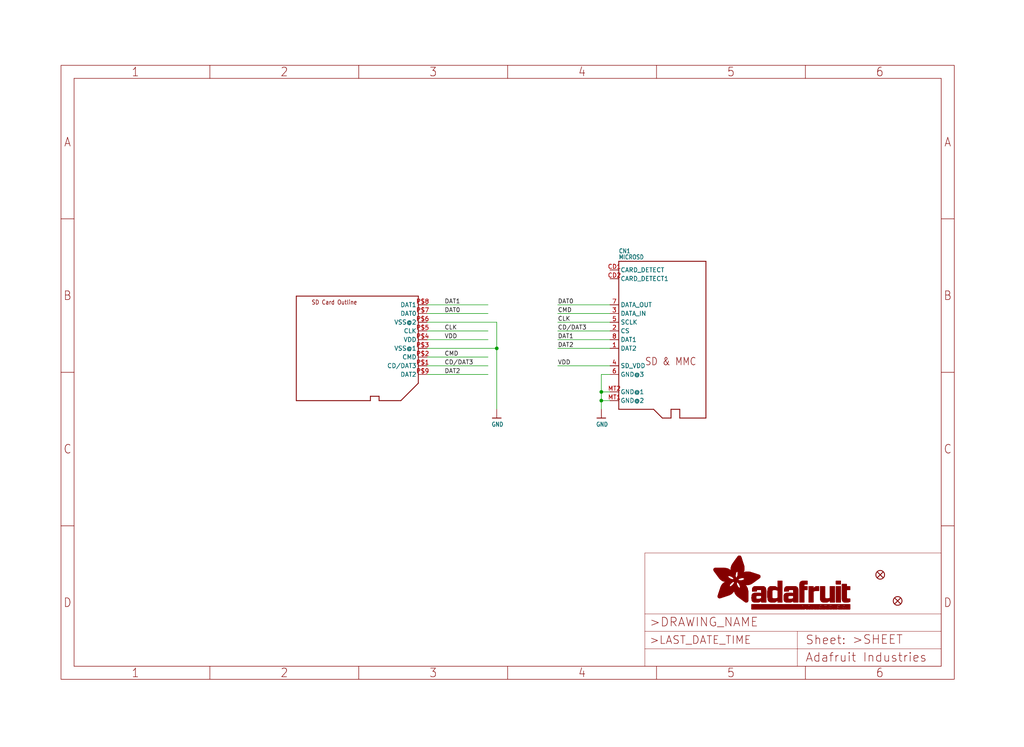
<source format=kicad_sch>
(kicad_sch (version 20211123) (generator eeschema)
  (paper "User" 298.45 217.881)
  (lib_symbols
    (symbol "eagleSchem-eagle-import:FIDUCIAL1X2.5")
    (symbol "eagleSchem-eagle-import:FRAME_A4_ADAFRUIT"
      (symbol "FRAME_A4_ADAFRUIT_1_0"
        (text "1" (at 21.6958 1.905 0) (effects (font (size 2.54 2.286))))
        (text "1" (at 21.6958 177.165 0) (effects (font (size 2.54 2.286))))
        (text "2" (at 65.0875 1.905 0) (effects (font (size 2.54 2.286))))
        (text "2" (at 65.0875 177.165 0) (effects (font (size 2.54 2.286))))
        (text "3" (at 108.4792 1.905 0) (effects (font (size 2.54 2.286))))
        (text "3" (at 108.4792 177.165 0) (effects (font (size 2.54 2.286))))
        (text "4" (at 151.8708 1.905 0) (effects (font (size 2.54 2.286))))
        (text "4" (at 151.8708 177.165 0) (effects (font (size 2.54 2.286))))
        (text "5" (at 195.2625 1.905 0) (effects (font (size 2.54 2.286))))
        (text "5" (at 195.2625 177.165 0) (effects (font (size 2.54 2.286))))
        (text "6" (at 238.6542 1.905 0) (effects (font (size 2.54 2.286))))
        (text "6" (at 238.6542 177.165 0) (effects (font (size 2.54 2.286))))
        (text ">DRAWING_NAME" (at 171.45 15.24 0) (effects (font (size 2.54 2.54)) (justify left bottom)))
        (text ">LAST_DATE_TIME" (at 171.45 10.16 0) (effects (font (size 2.286 2.286)) (justify left bottom)))
        (text ">SHEET" (at 230.505 10.16 0) (effects (font (size 2.54 2.54)) (justify left bottom)))
        (text "A" (at 1.905 156.6863 0) (effects (font (size 2.54 2.286))))
        (text "A" (at 258.445 156.6863 0) (effects (font (size 2.54 2.286))))
        (text "Adafruit Industries" (at 216.916 4.953 0) (effects (font (size 2.54 2.54)) (justify left bottom)))
        (text "B" (at 1.905 111.9188 0) (effects (font (size 2.54 2.286))))
        (text "B" (at 258.445 111.9188 0) (effects (font (size 2.54 2.286))))
        (text "C" (at 1.905 67.1513 0) (effects (font (size 2.54 2.286))))
        (text "C" (at 258.445 67.1513 0) (effects (font (size 2.54 2.286))))
        (text "D" (at 1.905 22.3838 0) (effects (font (size 2.54 2.286))))
        (text "D" (at 258.445 22.3838 0) (effects (font (size 2.54 2.286))))
        (text "Sheet:" (at 216.916 10.033 0) (effects (font (size 2.54 2.54)) (justify left bottom)))
      )
    )
    (symbol "eagleSchem-eagle-import:GND" (power)
      (property "Value" "GND" (at -1.524 -2.54 0))
      (symbol "GND_1_0"
        (pin power_in line (at 0 2.54 270) (length 2.54) (name "GND") (number "1"))
      )
    )
    (symbol "eagleSchem-eagle-import:MICROSD"
      (property "Reference" "CN" (at -12.7 22.606 0))
      (property "Value" "MICROSD" (at -12.7 20.828 0))
      (symbol "MICROSD_1_0"
        (text "SD & MMC" (at -5.08 -10.16 0) (effects (font (size 2.1844 1.8567)) (justify left bottom)))
        (pin bidirectional line (at -15.24 -5.08 0) (length 2.54) (name "DAT2") (number "1"))
        (pin input line (at -15.24 0 0) (length 2.54) (name "CS") (number "2"))
        (pin input line (at -15.24 5.08 0) (length 2.54) (name "DATA_IN") (number "3"))
        (pin power_in line (at -15.24 -10.16 0) (length 2.54) (name "SD_VDD") (number "4"))
        (pin input line (at -15.24 2.54 0) (length 2.54) (name "SCLK") (number "5"))
        (pin power_in line (at -15.24 -12.7 0) (length 2.54) (name "GND@3") (number "6"))
        (pin output line (at -15.24 7.62 0) (length 2.54) (name "DATA_OUT") (number "7"))
        (pin bidirectional line (at -15.24 -2.54 0) (length 2.54) (name "DAT1") (number "8"))
        (pin passive line (at -15.24 17.78 0) (length 2.54) (name "CARD_DETECT") (number "CD1"))
        (pin passive line (at -15.24 15.24 0) (length 2.54) (name "CARD_DETECT1") (number "CD2"))
        (pin power_in line (at -15.24 -20.32 0) (length 2.54) (name "GND@2") (number "MT1"))
        (pin power_in line (at -15.24 -17.78 0) (length 2.54) (name "GND@1") (number "MT2"))
      )
    )
    (symbol "eagleSchem-eagle-import:SDCARD_PCBCARRIERTDOCU"
      (symbol "SDCARD_PCBCARRIERTDOCU_1_0"
        (text "SD Card Outline" (at 0 12.7 0) (effects (font (size 1.27 1.0795)) (justify left bottom)))
        (pin bidirectional line (at -20.32 -5.08 0) (length 2.54) (name "CD/DAT3") (number "P$1"))
        (pin bidirectional line (at -20.32 -2.54 0) (length 2.54) (name "CMD") (number "P$2"))
        (pin power_in line (at -20.32 0 0) (length 2.54) (name "VSS@1") (number "P$3"))
        (pin power_in line (at -20.32 2.54 0) (length 2.54) (name "VDD") (number "P$4"))
        (pin bidirectional line (at -20.32 5.08 0) (length 2.54) (name "CLK") (number "P$5"))
        (pin power_in line (at -20.32 7.62 0) (length 2.54) (name "VSS@2") (number "P$6"))
        (pin bidirectional line (at -20.32 10.16 0) (length 2.54) (name "DAT0") (number "P$7"))
        (pin bidirectional line (at -20.32 12.7 0) (length 2.54) (name "DAT1") (number "P$8"))
        (pin bidirectional line (at -20.32 -7.62 0) (length 2.54) (name "DAT2") (number "P$9"))
      )
    )
  )
  (junction (at 175.26 116.84))
  (junction (at 175.26 114.3))
  (junction (at 144.78 101.6))
  (wire (pts (xy 124.46 99.06) (xy 142.24 99.06)))
  (wire (pts (xy 177.8 114.3) (xy 175.26 114.3)))
  (wire (pts (xy 177.8 93.98) (xy 162.56 93.98)))
  (wire (pts (xy 124.46 106.68) (xy 142.24 106.68)))
  (wire (pts (xy 177.8 91.44) (xy 162.56 91.44)))
  (wire (pts (xy 144.78 93.98) (xy 144.78 101.6)))
  (wire (pts (xy 177.8 116.84) (xy 175.26 116.84)))
  (wire (pts (xy 124.46 91.44) (xy 142.24 91.44)))
  (wire (pts (xy 177.8 106.68) (xy 162.56 106.68)))
  (wire (pts (xy 124.46 104.14) (xy 142.24 104.14)))
  (wire (pts (xy 124.46 109.22) (xy 142.24 109.22)))
  (wire (pts (xy 177.8 88.9) (xy 162.56 88.9)))
  (wire (pts (xy 175.26 116.84) (xy 175.26 119.38)))
  (wire (pts (xy 177.8 99.06) (xy 162.56 99.06)))
  (wire (pts (xy 175.26 109.22) (xy 175.26 114.3)))
  (wire (pts (xy 177.8 96.52) (xy 162.56 96.52)))
  (wire (pts (xy 124.46 96.52) (xy 142.24 96.52)))
  (wire (pts (xy 124.46 101.6) (xy 144.78 101.6)))
  (wire (pts (xy 124.46 88.9) (xy 142.24 88.9)))
  (wire (pts (xy 177.8 109.22) (xy 175.26 109.22)))
  (wire (pts (xy 177.8 101.6) (xy 162.56 101.6)))
  (wire (pts (xy 144.78 101.6) (xy 144.78 119.38)))
  (wire (pts (xy 124.46 93.98) (xy 144.78 93.98)))
  (wire (pts (xy 175.26 114.3) (xy 175.26 116.84)))
  (label "CD/DAT3" (at 162.56 96.52 0) (effects (font (size 1.2446 1.2446))))
  (label "CLK" (at 129.54 96.52 0) (effects (font (size 1.2446 1.2446))))
  (label "DAT0" (at 162.56 88.9 0) (effects (font (size 1.2446 1.2446))))
  (label "VDD" (at 129.54 99.06 0) (effects (font (size 1.2446 1.2446))))
  (label "DAT1" (at 162.56 99.06 0) (effects (font (size 1.2446 1.2446))))
  (label "VDD" (at 162.56 106.68 0) (effects (font (size 1.2446 1.2446))))
  (label "CD/DAT3" (at 129.54 106.68 0) (effects (font (size 1.2446 1.2446))))
  (label "DAT0" (at 129.54 91.44 0) (effects (font (size 1.2446 1.2446))))
  (label "CLK" (at 162.56 93.98 0) (effects (font (size 1.2446 1.2446))))
  (label "DAT1" (at 129.54 88.9 0) (effects (font (size 1.2446 1.2446))))
  (label "DAT2" (at 162.56 101.6 0) (effects (font (size 1.2446 1.2446))))
  (label "CMD" (at 162.56 91.44 0) (effects (font (size 1.2446 1.2446))))
  (label "DAT2" (at 129.54 109.22 0) (effects (font (size 1.2446 1.2446))))
  (label "CMD" (at 129.54 104.14 0) (effects (font (size 1.2446 1.2446))))
  (symbol (lib_id "eagleSchem-eagle-import:FRAME_A4_ADAFRUIT") (at 17.78 198.12 0) (unit 1)
    (property "Reference" "#U$1" (effects hide))
    (property "Value" "FRAME_A4_ADAFRUIT" (effects hide))
    (property "Footprint" "eagleSchem:" (effects hide))
  )
  (symbol (lib_id "eagleSchem-eagle-import:SDCARD_PCBCARRIERTDOCU") (at 104.14 101.6 0) (mirror y) (unit 1)
    (property "Reference" "U$2" (effects hide))
    (property "Value" "SDCARD_PCBCARRIERTDOCU" (effects hide))
    (property "Footprint" "eagleSchem:SDCARD_PCBCARRIER_DOCU" (effects hide))
  )
  (symbol (lib_id "eagleSchem-eagle-import:FIDUCIAL1X2.5") (at 261.62 175.26 0) (unit 1)
    (property "Reference" "FID2" (effects hide))
    (property "Value" "FIDUCIAL1X2.5" (effects hide))
    (property "Footprint" "eagleSchem:FIDUCIAL-1X2.5" (effects hide))
  )
  (symbol (lib_id "eagleSchem-eagle-import:GND") (at 175.26 121.92 0) (unit 1)
    (property "Reference" "#U$3" (effects hide))
    (property "Value" "GND" (at 173.736 124.46 0) (effects (font (size 1.27 1.0795)) (justify left bottom)))
    (property "Footprint" "eagleSchem:" (effects hide))
  )
  (symbol (lib_id "eagleSchem-eagle-import:MICROSD") (at 193.04 96.52 0) (unit 1)
    (property "Reference" "CN1" (at 180.34 73.914 0) (effects (font (size 1.27 1.0795)) (justify left bottom)))
    (property "Value" "MICROSD" (at 180.34 75.692 0) (effects (font (size 1.27 1.0795)) (justify left bottom)))
    (property "Footprint" "eagleSchem:MICROSD" (effects hide))
  )
  (symbol (lib_id "eagleSchem-eagle-import:GND") (at 144.78 121.92 0) (unit 1)
    (property "Reference" "#U$4" (effects hide))
    (property "Value" "GND" (at 143.256 124.46 0) (effects (font (size 1.27 1.0795)) (justify left bottom)))
    (property "Footprint" "eagleSchem:" (effects hide))
  )
  (symbol (lib_id "eagleSchem-eagle-import:FIDUCIAL1X2.5") (at 256.54 167.64 0) (unit 1)
    (property "Reference" "FID1" (effects hide))
    (property "Value" "FIDUCIAL1X2.5" (effects hide))
    (property "Footprint" "eagleSchem:FIDUCIAL-1X2.5" (effects hide))
  )
)
</source>
